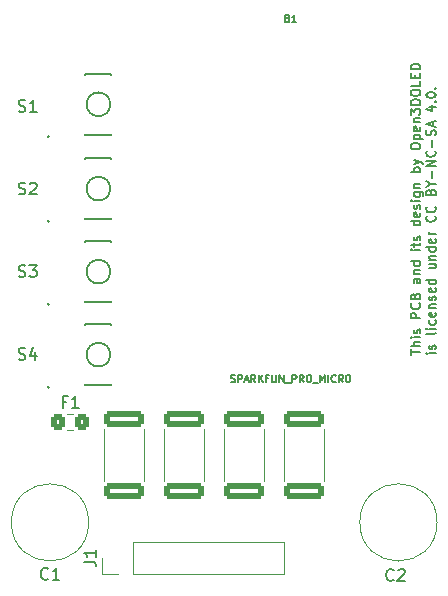
<source format=gbr>
%TF.GenerationSoftware,KiCad,Pcbnew,8.0.2-8.0.2-0~ubuntu22.04.1*%
%TF.CreationDate,2024-05-15T17:29:59+09:00*%
%TF.ProjectId,microcontroller_board,6d696372-6f63-46f6-9e74-726f6c6c6572,rev?*%
%TF.SameCoordinates,Original*%
%TF.FileFunction,Legend,Top*%
%TF.FilePolarity,Positive*%
%FSLAX46Y46*%
G04 Gerber Fmt 4.6, Leading zero omitted, Abs format (unit mm)*
G04 Created by KiCad (PCBNEW 8.0.2-8.0.2-0~ubuntu22.04.1) date 2024-05-15 17:29:59*
%MOMM*%
%LPD*%
G01*
G04 APERTURE LIST*
G04 Aperture macros list*
%AMRoundRect*
0 Rectangle with rounded corners*
0 $1 Rounding radius*
0 $2 $3 $4 $5 $6 $7 $8 $9 X,Y pos of 4 corners*
0 Add a 4 corners polygon primitive as box body*
4,1,4,$2,$3,$4,$5,$6,$7,$8,$9,$2,$3,0*
0 Add four circle primitives for the rounded corners*
1,1,$1+$1,$2,$3*
1,1,$1+$1,$4,$5*
1,1,$1+$1,$6,$7*
1,1,$1+$1,$8,$9*
0 Add four rect primitives between the rounded corners*
20,1,$1+$1,$2,$3,$4,$5,0*
20,1,$1+$1,$4,$5,$6,$7,0*
20,1,$1+$1,$6,$7,$8,$9,0*
20,1,$1+$1,$8,$9,$2,$3,0*%
G04 Aperture macros list end*
%ADD10C,0.200000*%
%ADD11C,0.150000*%
%ADD12C,0.127000*%
%ADD13C,0.120000*%
%ADD14R,1.700000X1.000000*%
%ADD15RoundRect,0.250000X-0.325000X-0.450000X0.325000X-0.450000X0.325000X0.450000X-0.325000X0.450000X0*%
%ADD16C,1.600000*%
%ADD17RoundRect,0.249999X-1.425001X0.450001X-1.425001X-0.450001X1.425001X-0.450001X1.425001X0.450001X0*%
%ADD18C,2.082800*%
%ADD19R,1.700000X1.700000*%
%ADD20O,1.700000X1.700000*%
G04 APERTURE END LIST*
D10*
X125803740Y-64292231D02*
X125803740Y-63835088D01*
X126603740Y-64063660D02*
X125803740Y-64063660D01*
X126603740Y-63568421D02*
X125803740Y-63568421D01*
X126603740Y-63225564D02*
X126184692Y-63225564D01*
X126184692Y-63225564D02*
X126108502Y-63263659D01*
X126108502Y-63263659D02*
X126070406Y-63339850D01*
X126070406Y-63339850D02*
X126070406Y-63454136D01*
X126070406Y-63454136D02*
X126108502Y-63530326D01*
X126108502Y-63530326D02*
X126146597Y-63568421D01*
X126603740Y-62844611D02*
X126070406Y-62844611D01*
X125803740Y-62844611D02*
X125841835Y-62882707D01*
X125841835Y-62882707D02*
X125879930Y-62844611D01*
X125879930Y-62844611D02*
X125841835Y-62806516D01*
X125841835Y-62806516D02*
X125803740Y-62844611D01*
X125803740Y-62844611D02*
X125879930Y-62844611D01*
X126565645Y-62501755D02*
X126603740Y-62425564D01*
X126603740Y-62425564D02*
X126603740Y-62273183D01*
X126603740Y-62273183D02*
X126565645Y-62196993D01*
X126565645Y-62196993D02*
X126489454Y-62158897D01*
X126489454Y-62158897D02*
X126451359Y-62158897D01*
X126451359Y-62158897D02*
X126375168Y-62196993D01*
X126375168Y-62196993D02*
X126337073Y-62273183D01*
X126337073Y-62273183D02*
X126337073Y-62387469D01*
X126337073Y-62387469D02*
X126298978Y-62463659D01*
X126298978Y-62463659D02*
X126222787Y-62501755D01*
X126222787Y-62501755D02*
X126184692Y-62501755D01*
X126184692Y-62501755D02*
X126108502Y-62463659D01*
X126108502Y-62463659D02*
X126070406Y-62387469D01*
X126070406Y-62387469D02*
X126070406Y-62273183D01*
X126070406Y-62273183D02*
X126108502Y-62196993D01*
X126603740Y-61206516D02*
X125803740Y-61206516D01*
X125803740Y-61206516D02*
X125803740Y-60901754D01*
X125803740Y-60901754D02*
X125841835Y-60825564D01*
X125841835Y-60825564D02*
X125879930Y-60787469D01*
X125879930Y-60787469D02*
X125956121Y-60749373D01*
X125956121Y-60749373D02*
X126070406Y-60749373D01*
X126070406Y-60749373D02*
X126146597Y-60787469D01*
X126146597Y-60787469D02*
X126184692Y-60825564D01*
X126184692Y-60825564D02*
X126222787Y-60901754D01*
X126222787Y-60901754D02*
X126222787Y-61206516D01*
X126527549Y-59949373D02*
X126565645Y-59987469D01*
X126565645Y-59987469D02*
X126603740Y-60101754D01*
X126603740Y-60101754D02*
X126603740Y-60177945D01*
X126603740Y-60177945D02*
X126565645Y-60292231D01*
X126565645Y-60292231D02*
X126489454Y-60368421D01*
X126489454Y-60368421D02*
X126413264Y-60406516D01*
X126413264Y-60406516D02*
X126260883Y-60444612D01*
X126260883Y-60444612D02*
X126146597Y-60444612D01*
X126146597Y-60444612D02*
X125994216Y-60406516D01*
X125994216Y-60406516D02*
X125918025Y-60368421D01*
X125918025Y-60368421D02*
X125841835Y-60292231D01*
X125841835Y-60292231D02*
X125803740Y-60177945D01*
X125803740Y-60177945D02*
X125803740Y-60101754D01*
X125803740Y-60101754D02*
X125841835Y-59987469D01*
X125841835Y-59987469D02*
X125879930Y-59949373D01*
X126184692Y-59339850D02*
X126222787Y-59225564D01*
X126222787Y-59225564D02*
X126260883Y-59187469D01*
X126260883Y-59187469D02*
X126337073Y-59149373D01*
X126337073Y-59149373D02*
X126451359Y-59149373D01*
X126451359Y-59149373D02*
X126527549Y-59187469D01*
X126527549Y-59187469D02*
X126565645Y-59225564D01*
X126565645Y-59225564D02*
X126603740Y-59301754D01*
X126603740Y-59301754D02*
X126603740Y-59606516D01*
X126603740Y-59606516D02*
X125803740Y-59606516D01*
X125803740Y-59606516D02*
X125803740Y-59339850D01*
X125803740Y-59339850D02*
X125841835Y-59263659D01*
X125841835Y-59263659D02*
X125879930Y-59225564D01*
X125879930Y-59225564D02*
X125956121Y-59187469D01*
X125956121Y-59187469D02*
X126032311Y-59187469D01*
X126032311Y-59187469D02*
X126108502Y-59225564D01*
X126108502Y-59225564D02*
X126146597Y-59263659D01*
X126146597Y-59263659D02*
X126184692Y-59339850D01*
X126184692Y-59339850D02*
X126184692Y-59606516D01*
X126603740Y-57854135D02*
X126184692Y-57854135D01*
X126184692Y-57854135D02*
X126108502Y-57892230D01*
X126108502Y-57892230D02*
X126070406Y-57968421D01*
X126070406Y-57968421D02*
X126070406Y-58120802D01*
X126070406Y-58120802D02*
X126108502Y-58196992D01*
X126565645Y-57854135D02*
X126603740Y-57930326D01*
X126603740Y-57930326D02*
X126603740Y-58120802D01*
X126603740Y-58120802D02*
X126565645Y-58196992D01*
X126565645Y-58196992D02*
X126489454Y-58235088D01*
X126489454Y-58235088D02*
X126413264Y-58235088D01*
X126413264Y-58235088D02*
X126337073Y-58196992D01*
X126337073Y-58196992D02*
X126298978Y-58120802D01*
X126298978Y-58120802D02*
X126298978Y-57930326D01*
X126298978Y-57930326D02*
X126260883Y-57854135D01*
X126070406Y-57473182D02*
X126603740Y-57473182D01*
X126146597Y-57473182D02*
X126108502Y-57435087D01*
X126108502Y-57435087D02*
X126070406Y-57358897D01*
X126070406Y-57358897D02*
X126070406Y-57244611D01*
X126070406Y-57244611D02*
X126108502Y-57168420D01*
X126108502Y-57168420D02*
X126184692Y-57130325D01*
X126184692Y-57130325D02*
X126603740Y-57130325D01*
X126603740Y-56406515D02*
X125803740Y-56406515D01*
X126565645Y-56406515D02*
X126603740Y-56482706D01*
X126603740Y-56482706D02*
X126603740Y-56635087D01*
X126603740Y-56635087D02*
X126565645Y-56711277D01*
X126565645Y-56711277D02*
X126527549Y-56749372D01*
X126527549Y-56749372D02*
X126451359Y-56787468D01*
X126451359Y-56787468D02*
X126222787Y-56787468D01*
X126222787Y-56787468D02*
X126146597Y-56749372D01*
X126146597Y-56749372D02*
X126108502Y-56711277D01*
X126108502Y-56711277D02*
X126070406Y-56635087D01*
X126070406Y-56635087D02*
X126070406Y-56482706D01*
X126070406Y-56482706D02*
X126108502Y-56406515D01*
X126603740Y-55416038D02*
X126070406Y-55416038D01*
X125803740Y-55416038D02*
X125841835Y-55454134D01*
X125841835Y-55454134D02*
X125879930Y-55416038D01*
X125879930Y-55416038D02*
X125841835Y-55377943D01*
X125841835Y-55377943D02*
X125803740Y-55416038D01*
X125803740Y-55416038D02*
X125879930Y-55416038D01*
X126070406Y-55149372D02*
X126070406Y-54844610D01*
X125803740Y-55035086D02*
X126489454Y-55035086D01*
X126489454Y-55035086D02*
X126565645Y-54996991D01*
X126565645Y-54996991D02*
X126603740Y-54920801D01*
X126603740Y-54920801D02*
X126603740Y-54844610D01*
X126565645Y-54616039D02*
X126603740Y-54539848D01*
X126603740Y-54539848D02*
X126603740Y-54387467D01*
X126603740Y-54387467D02*
X126565645Y-54311277D01*
X126565645Y-54311277D02*
X126489454Y-54273181D01*
X126489454Y-54273181D02*
X126451359Y-54273181D01*
X126451359Y-54273181D02*
X126375168Y-54311277D01*
X126375168Y-54311277D02*
X126337073Y-54387467D01*
X126337073Y-54387467D02*
X126337073Y-54501753D01*
X126337073Y-54501753D02*
X126298978Y-54577943D01*
X126298978Y-54577943D02*
X126222787Y-54616039D01*
X126222787Y-54616039D02*
X126184692Y-54616039D01*
X126184692Y-54616039D02*
X126108502Y-54577943D01*
X126108502Y-54577943D02*
X126070406Y-54501753D01*
X126070406Y-54501753D02*
X126070406Y-54387467D01*
X126070406Y-54387467D02*
X126108502Y-54311277D01*
X126603740Y-52977943D02*
X125803740Y-52977943D01*
X126565645Y-52977943D02*
X126603740Y-53054134D01*
X126603740Y-53054134D02*
X126603740Y-53206515D01*
X126603740Y-53206515D02*
X126565645Y-53282705D01*
X126565645Y-53282705D02*
X126527549Y-53320800D01*
X126527549Y-53320800D02*
X126451359Y-53358896D01*
X126451359Y-53358896D02*
X126222787Y-53358896D01*
X126222787Y-53358896D02*
X126146597Y-53320800D01*
X126146597Y-53320800D02*
X126108502Y-53282705D01*
X126108502Y-53282705D02*
X126070406Y-53206515D01*
X126070406Y-53206515D02*
X126070406Y-53054134D01*
X126070406Y-53054134D02*
X126108502Y-52977943D01*
X126565645Y-52292228D02*
X126603740Y-52368419D01*
X126603740Y-52368419D02*
X126603740Y-52520800D01*
X126603740Y-52520800D02*
X126565645Y-52596990D01*
X126565645Y-52596990D02*
X126489454Y-52635086D01*
X126489454Y-52635086D02*
X126184692Y-52635086D01*
X126184692Y-52635086D02*
X126108502Y-52596990D01*
X126108502Y-52596990D02*
X126070406Y-52520800D01*
X126070406Y-52520800D02*
X126070406Y-52368419D01*
X126070406Y-52368419D02*
X126108502Y-52292228D01*
X126108502Y-52292228D02*
X126184692Y-52254133D01*
X126184692Y-52254133D02*
X126260883Y-52254133D01*
X126260883Y-52254133D02*
X126337073Y-52635086D01*
X126565645Y-51949372D02*
X126603740Y-51873181D01*
X126603740Y-51873181D02*
X126603740Y-51720800D01*
X126603740Y-51720800D02*
X126565645Y-51644610D01*
X126565645Y-51644610D02*
X126489454Y-51606514D01*
X126489454Y-51606514D02*
X126451359Y-51606514D01*
X126451359Y-51606514D02*
X126375168Y-51644610D01*
X126375168Y-51644610D02*
X126337073Y-51720800D01*
X126337073Y-51720800D02*
X126337073Y-51835086D01*
X126337073Y-51835086D02*
X126298978Y-51911276D01*
X126298978Y-51911276D02*
X126222787Y-51949372D01*
X126222787Y-51949372D02*
X126184692Y-51949372D01*
X126184692Y-51949372D02*
X126108502Y-51911276D01*
X126108502Y-51911276D02*
X126070406Y-51835086D01*
X126070406Y-51835086D02*
X126070406Y-51720800D01*
X126070406Y-51720800D02*
X126108502Y-51644610D01*
X126603740Y-51263657D02*
X126070406Y-51263657D01*
X125803740Y-51263657D02*
X125841835Y-51301753D01*
X125841835Y-51301753D02*
X125879930Y-51263657D01*
X125879930Y-51263657D02*
X125841835Y-51225562D01*
X125841835Y-51225562D02*
X125803740Y-51263657D01*
X125803740Y-51263657D02*
X125879930Y-51263657D01*
X126070406Y-50539848D02*
X126718025Y-50539848D01*
X126718025Y-50539848D02*
X126794216Y-50577943D01*
X126794216Y-50577943D02*
X126832311Y-50616039D01*
X126832311Y-50616039D02*
X126870406Y-50692229D01*
X126870406Y-50692229D02*
X126870406Y-50806515D01*
X126870406Y-50806515D02*
X126832311Y-50882705D01*
X126565645Y-50539848D02*
X126603740Y-50616039D01*
X126603740Y-50616039D02*
X126603740Y-50768420D01*
X126603740Y-50768420D02*
X126565645Y-50844610D01*
X126565645Y-50844610D02*
X126527549Y-50882705D01*
X126527549Y-50882705D02*
X126451359Y-50920801D01*
X126451359Y-50920801D02*
X126222787Y-50920801D01*
X126222787Y-50920801D02*
X126146597Y-50882705D01*
X126146597Y-50882705D02*
X126108502Y-50844610D01*
X126108502Y-50844610D02*
X126070406Y-50768420D01*
X126070406Y-50768420D02*
X126070406Y-50616039D01*
X126070406Y-50616039D02*
X126108502Y-50539848D01*
X126070406Y-50158895D02*
X126603740Y-50158895D01*
X126146597Y-50158895D02*
X126108502Y-50120800D01*
X126108502Y-50120800D02*
X126070406Y-50044610D01*
X126070406Y-50044610D02*
X126070406Y-49930324D01*
X126070406Y-49930324D02*
X126108502Y-49854133D01*
X126108502Y-49854133D02*
X126184692Y-49816038D01*
X126184692Y-49816038D02*
X126603740Y-49816038D01*
X126603740Y-48825561D02*
X125803740Y-48825561D01*
X126108502Y-48825561D02*
X126070406Y-48749371D01*
X126070406Y-48749371D02*
X126070406Y-48596990D01*
X126070406Y-48596990D02*
X126108502Y-48520799D01*
X126108502Y-48520799D02*
X126146597Y-48482704D01*
X126146597Y-48482704D02*
X126222787Y-48444609D01*
X126222787Y-48444609D02*
X126451359Y-48444609D01*
X126451359Y-48444609D02*
X126527549Y-48482704D01*
X126527549Y-48482704D02*
X126565645Y-48520799D01*
X126565645Y-48520799D02*
X126603740Y-48596990D01*
X126603740Y-48596990D02*
X126603740Y-48749371D01*
X126603740Y-48749371D02*
X126565645Y-48825561D01*
X126070406Y-48177942D02*
X126603740Y-47987466D01*
X126070406Y-47796989D02*
X126603740Y-47987466D01*
X126603740Y-47987466D02*
X126794216Y-48063656D01*
X126794216Y-48063656D02*
X126832311Y-48101751D01*
X126832311Y-48101751D02*
X126870406Y-48177942D01*
X125803740Y-46730322D02*
X125803740Y-46577941D01*
X125803740Y-46577941D02*
X125841835Y-46501751D01*
X125841835Y-46501751D02*
X125918025Y-46425560D01*
X125918025Y-46425560D02*
X126070406Y-46387465D01*
X126070406Y-46387465D02*
X126337073Y-46387465D01*
X126337073Y-46387465D02*
X126489454Y-46425560D01*
X126489454Y-46425560D02*
X126565645Y-46501751D01*
X126565645Y-46501751D02*
X126603740Y-46577941D01*
X126603740Y-46577941D02*
X126603740Y-46730322D01*
X126603740Y-46730322D02*
X126565645Y-46806513D01*
X126565645Y-46806513D02*
X126489454Y-46882703D01*
X126489454Y-46882703D02*
X126337073Y-46920799D01*
X126337073Y-46920799D02*
X126070406Y-46920799D01*
X126070406Y-46920799D02*
X125918025Y-46882703D01*
X125918025Y-46882703D02*
X125841835Y-46806513D01*
X125841835Y-46806513D02*
X125803740Y-46730322D01*
X126070406Y-46044608D02*
X126870406Y-46044608D01*
X126108502Y-46044608D02*
X126070406Y-45968418D01*
X126070406Y-45968418D02*
X126070406Y-45816037D01*
X126070406Y-45816037D02*
X126108502Y-45739846D01*
X126108502Y-45739846D02*
X126146597Y-45701751D01*
X126146597Y-45701751D02*
X126222787Y-45663656D01*
X126222787Y-45663656D02*
X126451359Y-45663656D01*
X126451359Y-45663656D02*
X126527549Y-45701751D01*
X126527549Y-45701751D02*
X126565645Y-45739846D01*
X126565645Y-45739846D02*
X126603740Y-45816037D01*
X126603740Y-45816037D02*
X126603740Y-45968418D01*
X126603740Y-45968418D02*
X126565645Y-46044608D01*
X126565645Y-45016036D02*
X126603740Y-45092227D01*
X126603740Y-45092227D02*
X126603740Y-45244608D01*
X126603740Y-45244608D02*
X126565645Y-45320798D01*
X126565645Y-45320798D02*
X126489454Y-45358894D01*
X126489454Y-45358894D02*
X126184692Y-45358894D01*
X126184692Y-45358894D02*
X126108502Y-45320798D01*
X126108502Y-45320798D02*
X126070406Y-45244608D01*
X126070406Y-45244608D02*
X126070406Y-45092227D01*
X126070406Y-45092227D02*
X126108502Y-45016036D01*
X126108502Y-45016036D02*
X126184692Y-44977941D01*
X126184692Y-44977941D02*
X126260883Y-44977941D01*
X126260883Y-44977941D02*
X126337073Y-45358894D01*
X126070406Y-44635084D02*
X126603740Y-44635084D01*
X126146597Y-44635084D02*
X126108502Y-44596989D01*
X126108502Y-44596989D02*
X126070406Y-44520799D01*
X126070406Y-44520799D02*
X126070406Y-44406513D01*
X126070406Y-44406513D02*
X126108502Y-44330322D01*
X126108502Y-44330322D02*
X126184692Y-44292227D01*
X126184692Y-44292227D02*
X126603740Y-44292227D01*
X125803740Y-43987465D02*
X125803740Y-43492227D01*
X125803740Y-43492227D02*
X126108502Y-43758893D01*
X126108502Y-43758893D02*
X126108502Y-43644608D01*
X126108502Y-43644608D02*
X126146597Y-43568417D01*
X126146597Y-43568417D02*
X126184692Y-43530322D01*
X126184692Y-43530322D02*
X126260883Y-43492227D01*
X126260883Y-43492227D02*
X126451359Y-43492227D01*
X126451359Y-43492227D02*
X126527549Y-43530322D01*
X126527549Y-43530322D02*
X126565645Y-43568417D01*
X126565645Y-43568417D02*
X126603740Y-43644608D01*
X126603740Y-43644608D02*
X126603740Y-43873179D01*
X126603740Y-43873179D02*
X126565645Y-43949370D01*
X126565645Y-43949370D02*
X126527549Y-43987465D01*
X126603740Y-43149369D02*
X125803740Y-43149369D01*
X125803740Y-43149369D02*
X125803740Y-42958893D01*
X125803740Y-42958893D02*
X125841835Y-42844607D01*
X125841835Y-42844607D02*
X125918025Y-42768417D01*
X125918025Y-42768417D02*
X125994216Y-42730322D01*
X125994216Y-42730322D02*
X126146597Y-42692226D01*
X126146597Y-42692226D02*
X126260883Y-42692226D01*
X126260883Y-42692226D02*
X126413264Y-42730322D01*
X126413264Y-42730322D02*
X126489454Y-42768417D01*
X126489454Y-42768417D02*
X126565645Y-42844607D01*
X126565645Y-42844607D02*
X126603740Y-42958893D01*
X126603740Y-42958893D02*
X126603740Y-43149369D01*
X125803740Y-42196988D02*
X125803740Y-42044607D01*
X125803740Y-42044607D02*
X125841835Y-41968417D01*
X125841835Y-41968417D02*
X125918025Y-41892226D01*
X125918025Y-41892226D02*
X126070406Y-41854131D01*
X126070406Y-41854131D02*
X126337073Y-41854131D01*
X126337073Y-41854131D02*
X126489454Y-41892226D01*
X126489454Y-41892226D02*
X126565645Y-41968417D01*
X126565645Y-41968417D02*
X126603740Y-42044607D01*
X126603740Y-42044607D02*
X126603740Y-42196988D01*
X126603740Y-42196988D02*
X126565645Y-42273179D01*
X126565645Y-42273179D02*
X126489454Y-42349369D01*
X126489454Y-42349369D02*
X126337073Y-42387465D01*
X126337073Y-42387465D02*
X126070406Y-42387465D01*
X126070406Y-42387465D02*
X125918025Y-42349369D01*
X125918025Y-42349369D02*
X125841835Y-42273179D01*
X125841835Y-42273179D02*
X125803740Y-42196988D01*
X126603740Y-41130322D02*
X126603740Y-41511274D01*
X126603740Y-41511274D02*
X125803740Y-41511274D01*
X126184692Y-40863655D02*
X126184692Y-40596989D01*
X126603740Y-40482703D02*
X126603740Y-40863655D01*
X126603740Y-40863655D02*
X125803740Y-40863655D01*
X125803740Y-40863655D02*
X125803740Y-40482703D01*
X126603740Y-40139845D02*
X125803740Y-40139845D01*
X125803740Y-40139845D02*
X125803740Y-39949369D01*
X125803740Y-39949369D02*
X125841835Y-39835083D01*
X125841835Y-39835083D02*
X125918025Y-39758893D01*
X125918025Y-39758893D02*
X125994216Y-39720798D01*
X125994216Y-39720798D02*
X126146597Y-39682702D01*
X126146597Y-39682702D02*
X126260883Y-39682702D01*
X126260883Y-39682702D02*
X126413264Y-39720798D01*
X126413264Y-39720798D02*
X126489454Y-39758893D01*
X126489454Y-39758893D02*
X126565645Y-39835083D01*
X126565645Y-39835083D02*
X126603740Y-39949369D01*
X126603740Y-39949369D02*
X126603740Y-40139845D01*
X127891695Y-64177945D02*
X127358361Y-64177945D01*
X127091695Y-64177945D02*
X127129790Y-64216041D01*
X127129790Y-64216041D02*
X127167885Y-64177945D01*
X127167885Y-64177945D02*
X127129790Y-64139850D01*
X127129790Y-64139850D02*
X127091695Y-64177945D01*
X127091695Y-64177945D02*
X127167885Y-64177945D01*
X127853600Y-63835089D02*
X127891695Y-63758898D01*
X127891695Y-63758898D02*
X127891695Y-63606517D01*
X127891695Y-63606517D02*
X127853600Y-63530327D01*
X127853600Y-63530327D02*
X127777409Y-63492231D01*
X127777409Y-63492231D02*
X127739314Y-63492231D01*
X127739314Y-63492231D02*
X127663123Y-63530327D01*
X127663123Y-63530327D02*
X127625028Y-63606517D01*
X127625028Y-63606517D02*
X127625028Y-63720803D01*
X127625028Y-63720803D02*
X127586933Y-63796993D01*
X127586933Y-63796993D02*
X127510742Y-63835089D01*
X127510742Y-63835089D02*
X127472647Y-63835089D01*
X127472647Y-63835089D02*
X127396457Y-63796993D01*
X127396457Y-63796993D02*
X127358361Y-63720803D01*
X127358361Y-63720803D02*
X127358361Y-63606517D01*
X127358361Y-63606517D02*
X127396457Y-63530327D01*
X127891695Y-62425565D02*
X127853600Y-62501755D01*
X127853600Y-62501755D02*
X127777409Y-62539850D01*
X127777409Y-62539850D02*
X127091695Y-62539850D01*
X127891695Y-62120802D02*
X127358361Y-62120802D01*
X127091695Y-62120802D02*
X127129790Y-62158898D01*
X127129790Y-62158898D02*
X127167885Y-62120802D01*
X127167885Y-62120802D02*
X127129790Y-62082707D01*
X127129790Y-62082707D02*
X127091695Y-62120802D01*
X127091695Y-62120802D02*
X127167885Y-62120802D01*
X127853600Y-61396993D02*
X127891695Y-61473184D01*
X127891695Y-61473184D02*
X127891695Y-61625565D01*
X127891695Y-61625565D02*
X127853600Y-61701755D01*
X127853600Y-61701755D02*
X127815504Y-61739850D01*
X127815504Y-61739850D02*
X127739314Y-61777946D01*
X127739314Y-61777946D02*
X127510742Y-61777946D01*
X127510742Y-61777946D02*
X127434552Y-61739850D01*
X127434552Y-61739850D02*
X127396457Y-61701755D01*
X127396457Y-61701755D02*
X127358361Y-61625565D01*
X127358361Y-61625565D02*
X127358361Y-61473184D01*
X127358361Y-61473184D02*
X127396457Y-61396993D01*
X127853600Y-60749374D02*
X127891695Y-60825565D01*
X127891695Y-60825565D02*
X127891695Y-60977946D01*
X127891695Y-60977946D02*
X127853600Y-61054136D01*
X127853600Y-61054136D02*
X127777409Y-61092232D01*
X127777409Y-61092232D02*
X127472647Y-61092232D01*
X127472647Y-61092232D02*
X127396457Y-61054136D01*
X127396457Y-61054136D02*
X127358361Y-60977946D01*
X127358361Y-60977946D02*
X127358361Y-60825565D01*
X127358361Y-60825565D02*
X127396457Y-60749374D01*
X127396457Y-60749374D02*
X127472647Y-60711279D01*
X127472647Y-60711279D02*
X127548838Y-60711279D01*
X127548838Y-60711279D02*
X127625028Y-61092232D01*
X127358361Y-60368422D02*
X127891695Y-60368422D01*
X127434552Y-60368422D02*
X127396457Y-60330327D01*
X127396457Y-60330327D02*
X127358361Y-60254137D01*
X127358361Y-60254137D02*
X127358361Y-60139851D01*
X127358361Y-60139851D02*
X127396457Y-60063660D01*
X127396457Y-60063660D02*
X127472647Y-60025565D01*
X127472647Y-60025565D02*
X127891695Y-60025565D01*
X127853600Y-59682708D02*
X127891695Y-59606517D01*
X127891695Y-59606517D02*
X127891695Y-59454136D01*
X127891695Y-59454136D02*
X127853600Y-59377946D01*
X127853600Y-59377946D02*
X127777409Y-59339850D01*
X127777409Y-59339850D02*
X127739314Y-59339850D01*
X127739314Y-59339850D02*
X127663123Y-59377946D01*
X127663123Y-59377946D02*
X127625028Y-59454136D01*
X127625028Y-59454136D02*
X127625028Y-59568422D01*
X127625028Y-59568422D02*
X127586933Y-59644612D01*
X127586933Y-59644612D02*
X127510742Y-59682708D01*
X127510742Y-59682708D02*
X127472647Y-59682708D01*
X127472647Y-59682708D02*
X127396457Y-59644612D01*
X127396457Y-59644612D02*
X127358361Y-59568422D01*
X127358361Y-59568422D02*
X127358361Y-59454136D01*
X127358361Y-59454136D02*
X127396457Y-59377946D01*
X127853600Y-58692231D02*
X127891695Y-58768422D01*
X127891695Y-58768422D02*
X127891695Y-58920803D01*
X127891695Y-58920803D02*
X127853600Y-58996993D01*
X127853600Y-58996993D02*
X127777409Y-59035089D01*
X127777409Y-59035089D02*
X127472647Y-59035089D01*
X127472647Y-59035089D02*
X127396457Y-58996993D01*
X127396457Y-58996993D02*
X127358361Y-58920803D01*
X127358361Y-58920803D02*
X127358361Y-58768422D01*
X127358361Y-58768422D02*
X127396457Y-58692231D01*
X127396457Y-58692231D02*
X127472647Y-58654136D01*
X127472647Y-58654136D02*
X127548838Y-58654136D01*
X127548838Y-58654136D02*
X127625028Y-59035089D01*
X127891695Y-57968422D02*
X127091695Y-57968422D01*
X127853600Y-57968422D02*
X127891695Y-58044613D01*
X127891695Y-58044613D02*
X127891695Y-58196994D01*
X127891695Y-58196994D02*
X127853600Y-58273184D01*
X127853600Y-58273184D02*
X127815504Y-58311279D01*
X127815504Y-58311279D02*
X127739314Y-58349375D01*
X127739314Y-58349375D02*
X127510742Y-58349375D01*
X127510742Y-58349375D02*
X127434552Y-58311279D01*
X127434552Y-58311279D02*
X127396457Y-58273184D01*
X127396457Y-58273184D02*
X127358361Y-58196994D01*
X127358361Y-58196994D02*
X127358361Y-58044613D01*
X127358361Y-58044613D02*
X127396457Y-57968422D01*
X127358361Y-56635088D02*
X127891695Y-56635088D01*
X127358361Y-56977945D02*
X127777409Y-56977945D01*
X127777409Y-56977945D02*
X127853600Y-56939850D01*
X127853600Y-56939850D02*
X127891695Y-56863660D01*
X127891695Y-56863660D02*
X127891695Y-56749374D01*
X127891695Y-56749374D02*
X127853600Y-56673183D01*
X127853600Y-56673183D02*
X127815504Y-56635088D01*
X127358361Y-56254135D02*
X127891695Y-56254135D01*
X127434552Y-56254135D02*
X127396457Y-56216040D01*
X127396457Y-56216040D02*
X127358361Y-56139850D01*
X127358361Y-56139850D02*
X127358361Y-56025564D01*
X127358361Y-56025564D02*
X127396457Y-55949373D01*
X127396457Y-55949373D02*
X127472647Y-55911278D01*
X127472647Y-55911278D02*
X127891695Y-55911278D01*
X127891695Y-55187468D02*
X127091695Y-55187468D01*
X127853600Y-55187468D02*
X127891695Y-55263659D01*
X127891695Y-55263659D02*
X127891695Y-55416040D01*
X127891695Y-55416040D02*
X127853600Y-55492230D01*
X127853600Y-55492230D02*
X127815504Y-55530325D01*
X127815504Y-55530325D02*
X127739314Y-55568421D01*
X127739314Y-55568421D02*
X127510742Y-55568421D01*
X127510742Y-55568421D02*
X127434552Y-55530325D01*
X127434552Y-55530325D02*
X127396457Y-55492230D01*
X127396457Y-55492230D02*
X127358361Y-55416040D01*
X127358361Y-55416040D02*
X127358361Y-55263659D01*
X127358361Y-55263659D02*
X127396457Y-55187468D01*
X127853600Y-54501753D02*
X127891695Y-54577944D01*
X127891695Y-54577944D02*
X127891695Y-54730325D01*
X127891695Y-54730325D02*
X127853600Y-54806515D01*
X127853600Y-54806515D02*
X127777409Y-54844611D01*
X127777409Y-54844611D02*
X127472647Y-54844611D01*
X127472647Y-54844611D02*
X127396457Y-54806515D01*
X127396457Y-54806515D02*
X127358361Y-54730325D01*
X127358361Y-54730325D02*
X127358361Y-54577944D01*
X127358361Y-54577944D02*
X127396457Y-54501753D01*
X127396457Y-54501753D02*
X127472647Y-54463658D01*
X127472647Y-54463658D02*
X127548838Y-54463658D01*
X127548838Y-54463658D02*
X127625028Y-54844611D01*
X127891695Y-54120801D02*
X127358361Y-54120801D01*
X127510742Y-54120801D02*
X127434552Y-54082706D01*
X127434552Y-54082706D02*
X127396457Y-54044611D01*
X127396457Y-54044611D02*
X127358361Y-53968420D01*
X127358361Y-53968420D02*
X127358361Y-53892230D01*
X127815504Y-52558896D02*
X127853600Y-52596992D01*
X127853600Y-52596992D02*
X127891695Y-52711277D01*
X127891695Y-52711277D02*
X127891695Y-52787468D01*
X127891695Y-52787468D02*
X127853600Y-52901754D01*
X127853600Y-52901754D02*
X127777409Y-52977944D01*
X127777409Y-52977944D02*
X127701219Y-53016039D01*
X127701219Y-53016039D02*
X127548838Y-53054135D01*
X127548838Y-53054135D02*
X127434552Y-53054135D01*
X127434552Y-53054135D02*
X127282171Y-53016039D01*
X127282171Y-53016039D02*
X127205980Y-52977944D01*
X127205980Y-52977944D02*
X127129790Y-52901754D01*
X127129790Y-52901754D02*
X127091695Y-52787468D01*
X127091695Y-52787468D02*
X127091695Y-52711277D01*
X127091695Y-52711277D02*
X127129790Y-52596992D01*
X127129790Y-52596992D02*
X127167885Y-52558896D01*
X127815504Y-51758896D02*
X127853600Y-51796992D01*
X127853600Y-51796992D02*
X127891695Y-51911277D01*
X127891695Y-51911277D02*
X127891695Y-51987468D01*
X127891695Y-51987468D02*
X127853600Y-52101754D01*
X127853600Y-52101754D02*
X127777409Y-52177944D01*
X127777409Y-52177944D02*
X127701219Y-52216039D01*
X127701219Y-52216039D02*
X127548838Y-52254135D01*
X127548838Y-52254135D02*
X127434552Y-52254135D01*
X127434552Y-52254135D02*
X127282171Y-52216039D01*
X127282171Y-52216039D02*
X127205980Y-52177944D01*
X127205980Y-52177944D02*
X127129790Y-52101754D01*
X127129790Y-52101754D02*
X127091695Y-51987468D01*
X127091695Y-51987468D02*
X127091695Y-51911277D01*
X127091695Y-51911277D02*
X127129790Y-51796992D01*
X127129790Y-51796992D02*
X127167885Y-51758896D01*
X127472647Y-50539849D02*
X127510742Y-50425563D01*
X127510742Y-50425563D02*
X127548838Y-50387468D01*
X127548838Y-50387468D02*
X127625028Y-50349372D01*
X127625028Y-50349372D02*
X127739314Y-50349372D01*
X127739314Y-50349372D02*
X127815504Y-50387468D01*
X127815504Y-50387468D02*
X127853600Y-50425563D01*
X127853600Y-50425563D02*
X127891695Y-50501753D01*
X127891695Y-50501753D02*
X127891695Y-50806515D01*
X127891695Y-50806515D02*
X127091695Y-50806515D01*
X127091695Y-50806515D02*
X127091695Y-50539849D01*
X127091695Y-50539849D02*
X127129790Y-50463658D01*
X127129790Y-50463658D02*
X127167885Y-50425563D01*
X127167885Y-50425563D02*
X127244076Y-50387468D01*
X127244076Y-50387468D02*
X127320266Y-50387468D01*
X127320266Y-50387468D02*
X127396457Y-50425563D01*
X127396457Y-50425563D02*
X127434552Y-50463658D01*
X127434552Y-50463658D02*
X127472647Y-50539849D01*
X127472647Y-50539849D02*
X127472647Y-50806515D01*
X127510742Y-49854134D02*
X127891695Y-49854134D01*
X127091695Y-50120801D02*
X127510742Y-49854134D01*
X127510742Y-49854134D02*
X127091695Y-49587468D01*
X127586933Y-49320801D02*
X127586933Y-48711278D01*
X127891695Y-48330325D02*
X127091695Y-48330325D01*
X127091695Y-48330325D02*
X127891695Y-47873182D01*
X127891695Y-47873182D02*
X127091695Y-47873182D01*
X127815504Y-47035087D02*
X127853600Y-47073183D01*
X127853600Y-47073183D02*
X127891695Y-47187468D01*
X127891695Y-47187468D02*
X127891695Y-47263659D01*
X127891695Y-47263659D02*
X127853600Y-47377945D01*
X127853600Y-47377945D02*
X127777409Y-47454135D01*
X127777409Y-47454135D02*
X127701219Y-47492230D01*
X127701219Y-47492230D02*
X127548838Y-47530326D01*
X127548838Y-47530326D02*
X127434552Y-47530326D01*
X127434552Y-47530326D02*
X127282171Y-47492230D01*
X127282171Y-47492230D02*
X127205980Y-47454135D01*
X127205980Y-47454135D02*
X127129790Y-47377945D01*
X127129790Y-47377945D02*
X127091695Y-47263659D01*
X127091695Y-47263659D02*
X127091695Y-47187468D01*
X127091695Y-47187468D02*
X127129790Y-47073183D01*
X127129790Y-47073183D02*
X127167885Y-47035087D01*
X127586933Y-46692230D02*
X127586933Y-46082707D01*
X127853600Y-45739850D02*
X127891695Y-45625564D01*
X127891695Y-45625564D02*
X127891695Y-45435088D01*
X127891695Y-45435088D02*
X127853600Y-45358897D01*
X127853600Y-45358897D02*
X127815504Y-45320802D01*
X127815504Y-45320802D02*
X127739314Y-45282707D01*
X127739314Y-45282707D02*
X127663123Y-45282707D01*
X127663123Y-45282707D02*
X127586933Y-45320802D01*
X127586933Y-45320802D02*
X127548838Y-45358897D01*
X127548838Y-45358897D02*
X127510742Y-45435088D01*
X127510742Y-45435088D02*
X127472647Y-45587469D01*
X127472647Y-45587469D02*
X127434552Y-45663659D01*
X127434552Y-45663659D02*
X127396457Y-45701754D01*
X127396457Y-45701754D02*
X127320266Y-45739850D01*
X127320266Y-45739850D02*
X127244076Y-45739850D01*
X127244076Y-45739850D02*
X127167885Y-45701754D01*
X127167885Y-45701754D02*
X127129790Y-45663659D01*
X127129790Y-45663659D02*
X127091695Y-45587469D01*
X127091695Y-45587469D02*
X127091695Y-45396992D01*
X127091695Y-45396992D02*
X127129790Y-45282707D01*
X127663123Y-44977945D02*
X127663123Y-44596992D01*
X127891695Y-45054135D02*
X127091695Y-44787468D01*
X127091695Y-44787468D02*
X127891695Y-44520802D01*
X127358361Y-43301754D02*
X127891695Y-43301754D01*
X127053600Y-43492230D02*
X127625028Y-43682707D01*
X127625028Y-43682707D02*
X127625028Y-43187468D01*
X127815504Y-42882706D02*
X127853600Y-42844611D01*
X127853600Y-42844611D02*
X127891695Y-42882706D01*
X127891695Y-42882706D02*
X127853600Y-42920802D01*
X127853600Y-42920802D02*
X127815504Y-42882706D01*
X127815504Y-42882706D02*
X127891695Y-42882706D01*
X127091695Y-42349373D02*
X127091695Y-42273183D01*
X127091695Y-42273183D02*
X127129790Y-42196992D01*
X127129790Y-42196992D02*
X127167885Y-42158897D01*
X127167885Y-42158897D02*
X127244076Y-42120802D01*
X127244076Y-42120802D02*
X127396457Y-42082707D01*
X127396457Y-42082707D02*
X127586933Y-42082707D01*
X127586933Y-42082707D02*
X127739314Y-42120802D01*
X127739314Y-42120802D02*
X127815504Y-42158897D01*
X127815504Y-42158897D02*
X127853600Y-42196992D01*
X127853600Y-42196992D02*
X127891695Y-42273183D01*
X127891695Y-42273183D02*
X127891695Y-42349373D01*
X127891695Y-42349373D02*
X127853600Y-42425564D01*
X127853600Y-42425564D02*
X127815504Y-42463659D01*
X127815504Y-42463659D02*
X127739314Y-42501754D01*
X127739314Y-42501754D02*
X127586933Y-42539850D01*
X127586933Y-42539850D02*
X127396457Y-42539850D01*
X127396457Y-42539850D02*
X127244076Y-42501754D01*
X127244076Y-42501754D02*
X127167885Y-42463659D01*
X127167885Y-42463659D02*
X127129790Y-42425564D01*
X127129790Y-42425564D02*
X127091695Y-42349373D01*
X127815504Y-41739849D02*
X127853600Y-41701754D01*
X127853600Y-41701754D02*
X127891695Y-41739849D01*
X127891695Y-41739849D02*
X127853600Y-41777945D01*
X127853600Y-41777945D02*
X127815504Y-41739849D01*
X127815504Y-41739849D02*
X127891695Y-41739849D01*
D11*
X92587992Y-64680256D02*
X92730869Y-64727881D01*
X92730869Y-64727881D02*
X92968996Y-64727881D01*
X92968996Y-64727881D02*
X93064247Y-64680256D01*
X93064247Y-64680256D02*
X93111872Y-64632630D01*
X93111872Y-64632630D02*
X93159497Y-64537379D01*
X93159497Y-64537379D02*
X93159497Y-64442128D01*
X93159497Y-64442128D02*
X93111872Y-64346878D01*
X93111872Y-64346878D02*
X93064247Y-64299252D01*
X93064247Y-64299252D02*
X92968996Y-64251627D01*
X92968996Y-64251627D02*
X92778494Y-64204001D01*
X92778494Y-64204001D02*
X92683243Y-64156376D01*
X92683243Y-64156376D02*
X92635618Y-64108750D01*
X92635618Y-64108750D02*
X92587992Y-64013500D01*
X92587992Y-64013500D02*
X92587992Y-63918249D01*
X92587992Y-63918249D02*
X92635618Y-63822998D01*
X92635618Y-63822998D02*
X92683243Y-63775372D01*
X92683243Y-63775372D02*
X92778494Y-63727747D01*
X92778494Y-63727747D02*
X93016621Y-63727747D01*
X93016621Y-63727747D02*
X93159497Y-63775372D01*
X94016756Y-64061125D02*
X94016756Y-64727881D01*
X93778628Y-63680122D02*
X93540501Y-64394503D01*
X93540501Y-64394503D02*
X94159632Y-64394503D01*
X96641666Y-68281009D02*
X96308333Y-68281009D01*
X96308333Y-68804819D02*
X96308333Y-67804819D01*
X96308333Y-67804819D02*
X96784523Y-67804819D01*
X97689285Y-68804819D02*
X97117857Y-68804819D01*
X97403571Y-68804819D02*
X97403571Y-67804819D01*
X97403571Y-67804819D02*
X97308333Y-67947676D01*
X97308333Y-67947676D02*
X97213095Y-68042914D01*
X97213095Y-68042914D02*
X97117857Y-68090533D01*
X95083333Y-83259580D02*
X95035714Y-83307200D01*
X95035714Y-83307200D02*
X94892857Y-83354819D01*
X94892857Y-83354819D02*
X94797619Y-83354819D01*
X94797619Y-83354819D02*
X94654762Y-83307200D01*
X94654762Y-83307200D02*
X94559524Y-83211961D01*
X94559524Y-83211961D02*
X94511905Y-83116723D01*
X94511905Y-83116723D02*
X94464286Y-82926247D01*
X94464286Y-82926247D02*
X94464286Y-82783390D01*
X94464286Y-82783390D02*
X94511905Y-82592914D01*
X94511905Y-82592914D02*
X94559524Y-82497676D01*
X94559524Y-82497676D02*
X94654762Y-82402438D01*
X94654762Y-82402438D02*
X94797619Y-82354819D01*
X94797619Y-82354819D02*
X94892857Y-82354819D01*
X94892857Y-82354819D02*
X95035714Y-82402438D01*
X95035714Y-82402438D02*
X95083333Y-82450057D01*
X96035714Y-83354819D02*
X95464286Y-83354819D01*
X95750000Y-83354819D02*
X95750000Y-82354819D01*
X95750000Y-82354819D02*
X95654762Y-82497676D01*
X95654762Y-82497676D02*
X95559524Y-82592914D01*
X95559524Y-82592914D02*
X95464286Y-82640533D01*
D12*
X115373257Y-35836094D02*
X115460343Y-35865122D01*
X115460343Y-35865122D02*
X115489372Y-35894151D01*
X115489372Y-35894151D02*
X115518400Y-35952208D01*
X115518400Y-35952208D02*
X115518400Y-36039294D01*
X115518400Y-36039294D02*
X115489372Y-36097351D01*
X115489372Y-36097351D02*
X115460343Y-36126380D01*
X115460343Y-36126380D02*
X115402286Y-36155408D01*
X115402286Y-36155408D02*
X115170057Y-36155408D01*
X115170057Y-36155408D02*
X115170057Y-35545808D01*
X115170057Y-35545808D02*
X115373257Y-35545808D01*
X115373257Y-35545808D02*
X115431315Y-35574837D01*
X115431315Y-35574837D02*
X115460343Y-35603865D01*
X115460343Y-35603865D02*
X115489372Y-35661922D01*
X115489372Y-35661922D02*
X115489372Y-35719980D01*
X115489372Y-35719980D02*
X115460343Y-35778037D01*
X115460343Y-35778037D02*
X115431315Y-35807065D01*
X115431315Y-35807065D02*
X115373257Y-35836094D01*
X115373257Y-35836094D02*
X115170057Y-35836094D01*
X116098972Y-36155408D02*
X115750629Y-36155408D01*
X115924800Y-36155408D02*
X115924800Y-35545808D01*
X115924800Y-35545808D02*
X115866743Y-35632894D01*
X115866743Y-35632894D02*
X115808686Y-35690951D01*
X115808686Y-35690951D02*
X115750629Y-35719980D01*
X110554514Y-66606380D02*
X110641600Y-66635408D01*
X110641600Y-66635408D02*
X110786742Y-66635408D01*
X110786742Y-66635408D02*
X110844800Y-66606380D01*
X110844800Y-66606380D02*
X110873828Y-66577351D01*
X110873828Y-66577351D02*
X110902857Y-66519294D01*
X110902857Y-66519294D02*
X110902857Y-66461237D01*
X110902857Y-66461237D02*
X110873828Y-66403180D01*
X110873828Y-66403180D02*
X110844800Y-66374151D01*
X110844800Y-66374151D02*
X110786742Y-66345122D01*
X110786742Y-66345122D02*
X110670628Y-66316094D01*
X110670628Y-66316094D02*
X110612571Y-66287065D01*
X110612571Y-66287065D02*
X110583542Y-66258037D01*
X110583542Y-66258037D02*
X110554514Y-66199980D01*
X110554514Y-66199980D02*
X110554514Y-66141922D01*
X110554514Y-66141922D02*
X110583542Y-66083865D01*
X110583542Y-66083865D02*
X110612571Y-66054837D01*
X110612571Y-66054837D02*
X110670628Y-66025808D01*
X110670628Y-66025808D02*
X110815771Y-66025808D01*
X110815771Y-66025808D02*
X110902857Y-66054837D01*
X111164113Y-66635408D02*
X111164113Y-66025808D01*
X111164113Y-66025808D02*
X111396342Y-66025808D01*
X111396342Y-66025808D02*
X111454399Y-66054837D01*
X111454399Y-66054837D02*
X111483428Y-66083865D01*
X111483428Y-66083865D02*
X111512456Y-66141922D01*
X111512456Y-66141922D02*
X111512456Y-66229008D01*
X111512456Y-66229008D02*
X111483428Y-66287065D01*
X111483428Y-66287065D02*
X111454399Y-66316094D01*
X111454399Y-66316094D02*
X111396342Y-66345122D01*
X111396342Y-66345122D02*
X111164113Y-66345122D01*
X111744685Y-66461237D02*
X112034971Y-66461237D01*
X111686628Y-66635408D02*
X111889828Y-66025808D01*
X111889828Y-66025808D02*
X112093028Y-66635408D01*
X112644570Y-66635408D02*
X112441370Y-66345122D01*
X112296227Y-66635408D02*
X112296227Y-66025808D01*
X112296227Y-66025808D02*
X112528456Y-66025808D01*
X112528456Y-66025808D02*
X112586513Y-66054837D01*
X112586513Y-66054837D02*
X112615542Y-66083865D01*
X112615542Y-66083865D02*
X112644570Y-66141922D01*
X112644570Y-66141922D02*
X112644570Y-66229008D01*
X112644570Y-66229008D02*
X112615542Y-66287065D01*
X112615542Y-66287065D02*
X112586513Y-66316094D01*
X112586513Y-66316094D02*
X112528456Y-66345122D01*
X112528456Y-66345122D02*
X112296227Y-66345122D01*
X112905827Y-66635408D02*
X112905827Y-66025808D01*
X113254170Y-66635408D02*
X112992913Y-66287065D01*
X113254170Y-66025808D02*
X112905827Y-66374151D01*
X113718627Y-66316094D02*
X113515427Y-66316094D01*
X113515427Y-66635408D02*
X113515427Y-66025808D01*
X113515427Y-66025808D02*
X113805713Y-66025808D01*
X114037941Y-66025808D02*
X114037941Y-66519294D01*
X114037941Y-66519294D02*
X114066970Y-66577351D01*
X114066970Y-66577351D02*
X114095999Y-66606380D01*
X114095999Y-66606380D02*
X114154056Y-66635408D01*
X114154056Y-66635408D02*
X114270170Y-66635408D01*
X114270170Y-66635408D02*
X114328227Y-66606380D01*
X114328227Y-66606380D02*
X114357256Y-66577351D01*
X114357256Y-66577351D02*
X114386284Y-66519294D01*
X114386284Y-66519294D02*
X114386284Y-66025808D01*
X114676570Y-66635408D02*
X114676570Y-66025808D01*
X114676570Y-66025808D02*
X115024913Y-66635408D01*
X115024913Y-66635408D02*
X115024913Y-66025808D01*
X115170057Y-66693465D02*
X115634514Y-66693465D01*
X115779656Y-66635408D02*
X115779656Y-66025808D01*
X115779656Y-66025808D02*
X116011885Y-66025808D01*
X116011885Y-66025808D02*
X116069942Y-66054837D01*
X116069942Y-66054837D02*
X116098971Y-66083865D01*
X116098971Y-66083865D02*
X116127999Y-66141922D01*
X116127999Y-66141922D02*
X116127999Y-66229008D01*
X116127999Y-66229008D02*
X116098971Y-66287065D01*
X116098971Y-66287065D02*
X116069942Y-66316094D01*
X116069942Y-66316094D02*
X116011885Y-66345122D01*
X116011885Y-66345122D02*
X115779656Y-66345122D01*
X116737599Y-66635408D02*
X116534399Y-66345122D01*
X116389256Y-66635408D02*
X116389256Y-66025808D01*
X116389256Y-66025808D02*
X116621485Y-66025808D01*
X116621485Y-66025808D02*
X116679542Y-66054837D01*
X116679542Y-66054837D02*
X116708571Y-66083865D01*
X116708571Y-66083865D02*
X116737599Y-66141922D01*
X116737599Y-66141922D02*
X116737599Y-66229008D01*
X116737599Y-66229008D02*
X116708571Y-66287065D01*
X116708571Y-66287065D02*
X116679542Y-66316094D01*
X116679542Y-66316094D02*
X116621485Y-66345122D01*
X116621485Y-66345122D02*
X116389256Y-66345122D01*
X117114971Y-66025808D02*
X117231085Y-66025808D01*
X117231085Y-66025808D02*
X117289142Y-66054837D01*
X117289142Y-66054837D02*
X117347199Y-66112894D01*
X117347199Y-66112894D02*
X117376228Y-66229008D01*
X117376228Y-66229008D02*
X117376228Y-66432208D01*
X117376228Y-66432208D02*
X117347199Y-66548322D01*
X117347199Y-66548322D02*
X117289142Y-66606380D01*
X117289142Y-66606380D02*
X117231085Y-66635408D01*
X117231085Y-66635408D02*
X117114971Y-66635408D01*
X117114971Y-66635408D02*
X117056914Y-66606380D01*
X117056914Y-66606380D02*
X116998856Y-66548322D01*
X116998856Y-66548322D02*
X116969828Y-66432208D01*
X116969828Y-66432208D02*
X116969828Y-66229008D01*
X116969828Y-66229008D02*
X116998856Y-66112894D01*
X116998856Y-66112894D02*
X117056914Y-66054837D01*
X117056914Y-66054837D02*
X117114971Y-66025808D01*
X117492343Y-66693465D02*
X117956800Y-66693465D01*
X118101942Y-66635408D02*
X118101942Y-66025808D01*
X118101942Y-66025808D02*
X118305142Y-66461237D01*
X118305142Y-66461237D02*
X118508342Y-66025808D01*
X118508342Y-66025808D02*
X118508342Y-66635408D01*
X118798628Y-66635408D02*
X118798628Y-66025808D01*
X119437257Y-66577351D02*
X119408229Y-66606380D01*
X119408229Y-66606380D02*
X119321143Y-66635408D01*
X119321143Y-66635408D02*
X119263086Y-66635408D01*
X119263086Y-66635408D02*
X119176000Y-66606380D01*
X119176000Y-66606380D02*
X119117943Y-66548322D01*
X119117943Y-66548322D02*
X119088914Y-66490265D01*
X119088914Y-66490265D02*
X119059886Y-66374151D01*
X119059886Y-66374151D02*
X119059886Y-66287065D01*
X119059886Y-66287065D02*
X119088914Y-66170951D01*
X119088914Y-66170951D02*
X119117943Y-66112894D01*
X119117943Y-66112894D02*
X119176000Y-66054837D01*
X119176000Y-66054837D02*
X119263086Y-66025808D01*
X119263086Y-66025808D02*
X119321143Y-66025808D01*
X119321143Y-66025808D02*
X119408229Y-66054837D01*
X119408229Y-66054837D02*
X119437257Y-66083865D01*
X120046857Y-66635408D02*
X119843657Y-66345122D01*
X119698514Y-66635408D02*
X119698514Y-66025808D01*
X119698514Y-66025808D02*
X119930743Y-66025808D01*
X119930743Y-66025808D02*
X119988800Y-66054837D01*
X119988800Y-66054837D02*
X120017829Y-66083865D01*
X120017829Y-66083865D02*
X120046857Y-66141922D01*
X120046857Y-66141922D02*
X120046857Y-66229008D01*
X120046857Y-66229008D02*
X120017829Y-66287065D01*
X120017829Y-66287065D02*
X119988800Y-66316094D01*
X119988800Y-66316094D02*
X119930743Y-66345122D01*
X119930743Y-66345122D02*
X119698514Y-66345122D01*
X120424229Y-66025808D02*
X120540343Y-66025808D01*
X120540343Y-66025808D02*
X120598400Y-66054837D01*
X120598400Y-66054837D02*
X120656457Y-66112894D01*
X120656457Y-66112894D02*
X120685486Y-66229008D01*
X120685486Y-66229008D02*
X120685486Y-66432208D01*
X120685486Y-66432208D02*
X120656457Y-66548322D01*
X120656457Y-66548322D02*
X120598400Y-66606380D01*
X120598400Y-66606380D02*
X120540343Y-66635408D01*
X120540343Y-66635408D02*
X120424229Y-66635408D01*
X120424229Y-66635408D02*
X120366172Y-66606380D01*
X120366172Y-66606380D02*
X120308114Y-66548322D01*
X120308114Y-66548322D02*
X120279086Y-66432208D01*
X120279086Y-66432208D02*
X120279086Y-66229008D01*
X120279086Y-66229008D02*
X120308114Y-66112894D01*
X120308114Y-66112894D02*
X120366172Y-66054837D01*
X120366172Y-66054837D02*
X120424229Y-66025808D01*
D11*
X92587992Y-50680256D02*
X92730869Y-50727881D01*
X92730869Y-50727881D02*
X92968996Y-50727881D01*
X92968996Y-50727881D02*
X93064247Y-50680256D01*
X93064247Y-50680256D02*
X93111872Y-50632630D01*
X93111872Y-50632630D02*
X93159497Y-50537379D01*
X93159497Y-50537379D02*
X93159497Y-50442128D01*
X93159497Y-50442128D02*
X93111872Y-50346878D01*
X93111872Y-50346878D02*
X93064247Y-50299252D01*
X93064247Y-50299252D02*
X92968996Y-50251627D01*
X92968996Y-50251627D02*
X92778494Y-50204001D01*
X92778494Y-50204001D02*
X92683243Y-50156376D01*
X92683243Y-50156376D02*
X92635618Y-50108750D01*
X92635618Y-50108750D02*
X92587992Y-50013500D01*
X92587992Y-50013500D02*
X92587992Y-49918249D01*
X92587992Y-49918249D02*
X92635618Y-49822998D01*
X92635618Y-49822998D02*
X92683243Y-49775372D01*
X92683243Y-49775372D02*
X92778494Y-49727747D01*
X92778494Y-49727747D02*
X93016621Y-49727747D01*
X93016621Y-49727747D02*
X93159497Y-49775372D01*
X93540501Y-49822998D02*
X93588127Y-49775372D01*
X93588127Y-49775372D02*
X93683378Y-49727747D01*
X93683378Y-49727747D02*
X93921505Y-49727747D01*
X93921505Y-49727747D02*
X94016756Y-49775372D01*
X94016756Y-49775372D02*
X94064381Y-49822998D01*
X94064381Y-49822998D02*
X94112006Y-49918249D01*
X94112006Y-49918249D02*
X94112006Y-50013500D01*
X94112006Y-50013500D02*
X94064381Y-50156376D01*
X94064381Y-50156376D02*
X93492876Y-50727881D01*
X93492876Y-50727881D02*
X94112006Y-50727881D01*
X98124819Y-81833333D02*
X98839104Y-81833333D01*
X98839104Y-81833333D02*
X98981961Y-81880952D01*
X98981961Y-81880952D02*
X99077200Y-81976190D01*
X99077200Y-81976190D02*
X99124819Y-82119047D01*
X99124819Y-82119047D02*
X99124819Y-82214285D01*
X99124819Y-80833333D02*
X99124819Y-81404761D01*
X99124819Y-81119047D02*
X98124819Y-81119047D01*
X98124819Y-81119047D02*
X98267676Y-81214285D01*
X98267676Y-81214285D02*
X98362914Y-81309523D01*
X98362914Y-81309523D02*
X98410533Y-81404761D01*
X92587992Y-43680256D02*
X92730869Y-43727881D01*
X92730869Y-43727881D02*
X92968996Y-43727881D01*
X92968996Y-43727881D02*
X93064247Y-43680256D01*
X93064247Y-43680256D02*
X93111872Y-43632630D01*
X93111872Y-43632630D02*
X93159497Y-43537379D01*
X93159497Y-43537379D02*
X93159497Y-43442128D01*
X93159497Y-43442128D02*
X93111872Y-43346878D01*
X93111872Y-43346878D02*
X93064247Y-43299252D01*
X93064247Y-43299252D02*
X92968996Y-43251627D01*
X92968996Y-43251627D02*
X92778494Y-43204001D01*
X92778494Y-43204001D02*
X92683243Y-43156376D01*
X92683243Y-43156376D02*
X92635618Y-43108750D01*
X92635618Y-43108750D02*
X92587992Y-43013500D01*
X92587992Y-43013500D02*
X92587992Y-42918249D01*
X92587992Y-42918249D02*
X92635618Y-42822998D01*
X92635618Y-42822998D02*
X92683243Y-42775372D01*
X92683243Y-42775372D02*
X92778494Y-42727747D01*
X92778494Y-42727747D02*
X93016621Y-42727747D01*
X93016621Y-42727747D02*
X93159497Y-42775372D01*
X94112006Y-43727881D02*
X93540501Y-43727881D01*
X93826254Y-43727881D02*
X93826254Y-42727747D01*
X93826254Y-42727747D02*
X93731003Y-42870623D01*
X93731003Y-42870623D02*
X93635752Y-42965874D01*
X93635752Y-42965874D02*
X93540501Y-43013500D01*
X124333333Y-83359580D02*
X124285714Y-83407200D01*
X124285714Y-83407200D02*
X124142857Y-83454819D01*
X124142857Y-83454819D02*
X124047619Y-83454819D01*
X124047619Y-83454819D02*
X123904762Y-83407200D01*
X123904762Y-83407200D02*
X123809524Y-83311961D01*
X123809524Y-83311961D02*
X123761905Y-83216723D01*
X123761905Y-83216723D02*
X123714286Y-83026247D01*
X123714286Y-83026247D02*
X123714286Y-82883390D01*
X123714286Y-82883390D02*
X123761905Y-82692914D01*
X123761905Y-82692914D02*
X123809524Y-82597676D01*
X123809524Y-82597676D02*
X123904762Y-82502438D01*
X123904762Y-82502438D02*
X124047619Y-82454819D01*
X124047619Y-82454819D02*
X124142857Y-82454819D01*
X124142857Y-82454819D02*
X124285714Y-82502438D01*
X124285714Y-82502438D02*
X124333333Y-82550057D01*
X124714286Y-82550057D02*
X124761905Y-82502438D01*
X124761905Y-82502438D02*
X124857143Y-82454819D01*
X124857143Y-82454819D02*
X125095238Y-82454819D01*
X125095238Y-82454819D02*
X125190476Y-82502438D01*
X125190476Y-82502438D02*
X125238095Y-82550057D01*
X125238095Y-82550057D02*
X125285714Y-82645295D01*
X125285714Y-82645295D02*
X125285714Y-82740533D01*
X125285714Y-82740533D02*
X125238095Y-82883390D01*
X125238095Y-82883390D02*
X124666667Y-83454819D01*
X124666667Y-83454819D02*
X125285714Y-83454819D01*
X92587992Y-57680256D02*
X92730869Y-57727881D01*
X92730869Y-57727881D02*
X92968996Y-57727881D01*
X92968996Y-57727881D02*
X93064247Y-57680256D01*
X93064247Y-57680256D02*
X93111872Y-57632630D01*
X93111872Y-57632630D02*
X93159497Y-57537379D01*
X93159497Y-57537379D02*
X93159497Y-57442128D01*
X93159497Y-57442128D02*
X93111872Y-57346878D01*
X93111872Y-57346878D02*
X93064247Y-57299252D01*
X93064247Y-57299252D02*
X92968996Y-57251627D01*
X92968996Y-57251627D02*
X92778494Y-57204001D01*
X92778494Y-57204001D02*
X92683243Y-57156376D01*
X92683243Y-57156376D02*
X92635618Y-57108750D01*
X92635618Y-57108750D02*
X92587992Y-57013500D01*
X92587992Y-57013500D02*
X92587992Y-56918249D01*
X92587992Y-56918249D02*
X92635618Y-56822998D01*
X92635618Y-56822998D02*
X92683243Y-56775372D01*
X92683243Y-56775372D02*
X92778494Y-56727747D01*
X92778494Y-56727747D02*
X93016621Y-56727747D01*
X93016621Y-56727747D02*
X93159497Y-56775372D01*
X93492876Y-56727747D02*
X94112006Y-56727747D01*
X94112006Y-56727747D02*
X93778628Y-57108750D01*
X93778628Y-57108750D02*
X93921505Y-57108750D01*
X93921505Y-57108750D02*
X94016756Y-57156376D01*
X94016756Y-57156376D02*
X94064381Y-57204001D01*
X94064381Y-57204001D02*
X94112006Y-57299252D01*
X94112006Y-57299252D02*
X94112006Y-57537379D01*
X94112006Y-57537379D02*
X94064381Y-57632630D01*
X94064381Y-57632630D02*
X94016756Y-57680256D01*
X94016756Y-57680256D02*
X93921505Y-57727881D01*
X93921505Y-57727881D02*
X93635752Y-57727881D01*
X93635752Y-57727881D02*
X93540501Y-57680256D01*
X93540501Y-57680256D02*
X93492876Y-57632630D01*
D12*
%TO.C,S4*%
X98250000Y-61700000D02*
X98250000Y-61800000D01*
X98250000Y-61700000D02*
X100450000Y-61700000D01*
X98250000Y-66800000D02*
X98250000Y-66900000D01*
X98250000Y-66900000D02*
X100450000Y-66900000D01*
X100450000Y-61800000D02*
X100450000Y-61700000D01*
X100450000Y-66800000D02*
X100450000Y-66900000D01*
X95163500Y-67050000D02*
G75*
G02*
X95036500Y-67050000I-63500J0D01*
G01*
X95036500Y-67050000D02*
G75*
G02*
X95163500Y-67050000I63500J0D01*
G01*
X100350000Y-64300000D02*
G75*
G02*
X98350000Y-64300000I-1000000J0D01*
G01*
X98350000Y-64300000D02*
G75*
G02*
X100350000Y-64300000I1000000J0D01*
G01*
D13*
%TO.C,F1*%
X96713748Y-69290000D02*
X97236252Y-69290000D01*
X96713748Y-70710000D02*
X97236252Y-70710000D01*
%TO.C,R11*%
X109950000Y-70617936D02*
X109950000Y-74972064D01*
X113370000Y-70617936D02*
X113370000Y-74972064D01*
%TO.C,C1*%
X98520000Y-78500000D02*
G75*
G02*
X91980000Y-78500000I-3270000J0D01*
G01*
X91980000Y-78500000D02*
G75*
G02*
X98520000Y-78500000I3270000J0D01*
G01*
D12*
%TO.C,S2*%
X98250000Y-47646000D02*
X98250000Y-47746000D01*
X98250000Y-47646000D02*
X100450000Y-47646000D01*
X98250000Y-52746000D02*
X98250000Y-52846000D01*
X98250000Y-52846000D02*
X100450000Y-52846000D01*
X100450000Y-47746000D02*
X100450000Y-47646000D01*
X100450000Y-52746000D02*
X100450000Y-52846000D01*
X95163500Y-52996000D02*
G75*
G02*
X95036500Y-52996000I-63500J0D01*
G01*
X95036500Y-52996000D02*
G75*
G02*
X95163500Y-52996000I63500J0D01*
G01*
X100350000Y-50246000D02*
G75*
G02*
X98350000Y-50246000I-1000000J0D01*
G01*
X98350000Y-50246000D02*
G75*
G02*
X100350000Y-50246000I1000000J0D01*
G01*
D13*
%TO.C,J1*%
X99670000Y-82830000D02*
X99670000Y-81500000D01*
X101000000Y-82830000D02*
X99670000Y-82830000D01*
X102270000Y-80170000D02*
X115030000Y-80170000D01*
X102270000Y-82830000D02*
X102270000Y-80170000D01*
X102270000Y-82830000D02*
X115030000Y-82830000D01*
X115030000Y-82830000D02*
X115030000Y-80170000D01*
%TO.C,R13*%
X99790000Y-70617936D02*
X99790000Y-74972064D01*
X103210000Y-70617936D02*
X103210000Y-74972064D01*
D12*
%TO.C,S1*%
X98250000Y-40500000D02*
X98250000Y-40600000D01*
X98250000Y-40500000D02*
X100450000Y-40500000D01*
X98250000Y-45600000D02*
X98250000Y-45700000D01*
X98250000Y-45700000D02*
X100450000Y-45700000D01*
X100450000Y-40600000D02*
X100450000Y-40500000D01*
X100450000Y-45600000D02*
X100450000Y-45700000D01*
X95163500Y-45850000D02*
G75*
G02*
X95036500Y-45850000I-63500J0D01*
G01*
X95036500Y-45850000D02*
G75*
G02*
X95163500Y-45850000I63500J0D01*
G01*
X100350000Y-43100000D02*
G75*
G02*
X98350000Y-43100000I-1000000J0D01*
G01*
X98350000Y-43100000D02*
G75*
G02*
X100350000Y-43100000I1000000J0D01*
G01*
D13*
%TO.C,R10*%
X115030000Y-70617936D02*
X115030000Y-74972064D01*
X118450000Y-70617936D02*
X118450000Y-74972064D01*
%TO.C,C2*%
X128020000Y-78500000D02*
G75*
G02*
X121480000Y-78500000I-3270000J0D01*
G01*
X121480000Y-78500000D02*
G75*
G02*
X128020000Y-78500000I3270000J0D01*
G01*
%TO.C,R12*%
X104870000Y-70617936D02*
X104870000Y-74972064D01*
X108290000Y-70617936D02*
X108290000Y-74972064D01*
D12*
%TO.C,S3*%
X98250000Y-54673000D02*
X98250000Y-54773000D01*
X98250000Y-54673000D02*
X100450000Y-54673000D01*
X98250000Y-59773000D02*
X98250000Y-59873000D01*
X98250000Y-59873000D02*
X100450000Y-59873000D01*
X100450000Y-54773000D02*
X100450000Y-54673000D01*
X100450000Y-59773000D02*
X100450000Y-59873000D01*
X95163500Y-60023000D02*
G75*
G02*
X95036500Y-60023000I-63500J0D01*
G01*
X95036500Y-60023000D02*
G75*
G02*
X95163500Y-60023000I63500J0D01*
G01*
X100350000Y-57273000D02*
G75*
G02*
X98350000Y-57273000I-1000000J0D01*
G01*
X98350000Y-57273000D02*
G75*
G02*
X100350000Y-57273000I1000000J0D01*
G01*
%TD*%
%LPC*%
D14*
%TO.C,S4*%
X96200000Y-66200000D03*
X102500000Y-66200000D03*
X96200000Y-62400000D03*
X102500000Y-62400000D03*
%TD*%
D15*
%TO.C,F1*%
X95950000Y-70000000D03*
X98000000Y-70000000D03*
%TD*%
D16*
%TO.C,H1*%
X95000000Y-37500000D03*
%TD*%
D17*
%TO.C,R11*%
X111660000Y-69745000D03*
X111660000Y-75845000D03*
%TD*%
D16*
%TO.C,C1*%
X96500000Y-78500000D03*
X94000000Y-78500000D03*
%TD*%
D18*
%TO.C,B1*%
X108000000Y-38420000D03*
X108000000Y-40960000D03*
X108000000Y-43500000D03*
X108000000Y-46040000D03*
X108000000Y-48580000D03*
X108000000Y-51120000D03*
X108000000Y-53660000D03*
X108000000Y-56200000D03*
X108000000Y-58740000D03*
X108000000Y-61280000D03*
X108000000Y-63820000D03*
X108000000Y-66360000D03*
X123240000Y-66360000D03*
X123240000Y-63820000D03*
X123240000Y-61280000D03*
X123240000Y-58740000D03*
X123240000Y-56200000D03*
X123240000Y-53660000D03*
X123240000Y-51120000D03*
X123240000Y-48580000D03*
X123240000Y-46040000D03*
X123240000Y-43500000D03*
X123240000Y-40960000D03*
X123240000Y-38420000D03*
%TD*%
D14*
%TO.C,S2*%
X96200000Y-52146000D03*
X102500000Y-52146000D03*
X96200000Y-48346000D03*
X102500000Y-48346000D03*
%TD*%
D19*
%TO.C,J1*%
X101000000Y-81500000D03*
D20*
X103540000Y-81500000D03*
X106080000Y-81500000D03*
X108620000Y-81500000D03*
X111160000Y-81500000D03*
X113700000Y-81500000D03*
%TD*%
D17*
%TO.C,R13*%
X101500000Y-69745000D03*
X101500000Y-75845000D03*
%TD*%
D14*
%TO.C,S1*%
X96200000Y-45000000D03*
X102500000Y-45000000D03*
X96200000Y-41200000D03*
X102500000Y-41200000D03*
%TD*%
D16*
%TO.C,H2*%
X122500000Y-71500000D03*
%TD*%
D17*
%TO.C,R10*%
X116740000Y-69745000D03*
X116740000Y-75845000D03*
%TD*%
D16*
%TO.C,C2*%
X123500000Y-78500000D03*
X126000000Y-78500000D03*
%TD*%
D17*
%TO.C,R12*%
X106580000Y-69745000D03*
X106580000Y-75845000D03*
%TD*%
D14*
%TO.C,S3*%
X96200000Y-59173000D03*
X102500000Y-59173000D03*
X96200000Y-55373000D03*
X102500000Y-55373000D03*
%TD*%
%LPD*%
M02*

</source>
